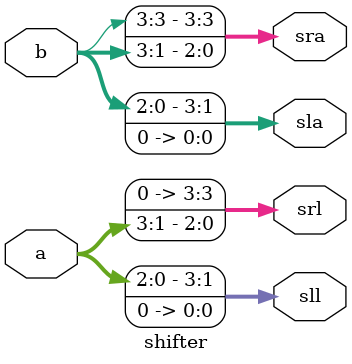
<source format=sv>
`timescale 1ns / 1ps


module shifter(
    input logic [3:0] a,
    input logic signed [3:0] b,
    output logic [3:0] sll,
    output logic [3:0] srl,
    output logic signed [3:0] sla,
    output logic signed [3:0] sra
    );
    
    assign sll = a << 1;
    assign srl = a >> 1;
    //assign srl =  1 << a;
    assign sla = b <<< 1;
    assign sra = b >>> 1;

endmodule

</source>
